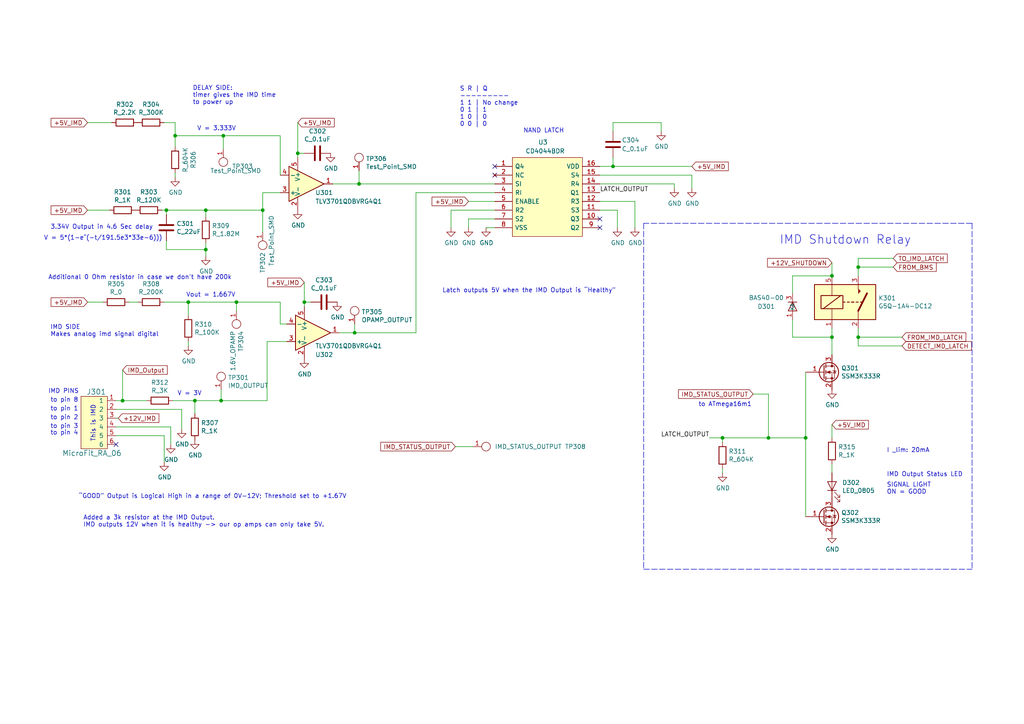
<source format=kicad_sch>
(kicad_sch (version 20211123) (generator eeschema)
  (paper "A4")
  (lib_symbols
    (symbol "formula:BAS40-00" (pin_names (offset 1.016))
      (property "Reference" "D" (at 0 2.54 0))
      (property "Value" "BAS40-00" (at 0 -2.54 0))
      (symbol "BAS40-00_1_1"
        (polyline (pts (xy -1.27 1.27) (xy -1.27 -1.27)) (stroke (width 0.2032)))
        (polyline (pts (xy 1.27 0) (xy -1.27 0)))
        (polyline (pts (xy 1.27 1.27) (xy 1.27 -1.27) (xy -1.27 0) (xy 1.27 1.27)) (stroke (width 0.2032)))
        (pin passive line (at 3.81 0 180) (length 2.54) (name "A") (number "1"))
        (pin passive line (at -3.81 0 0) (length 2.54) (name "K") (number "3"))
      )
    )
    (symbol "formula:CD4044BDR" (pin_names (offset 0.762))
      (property "Reference" "IC" (at 26.67 7.62 0))
      (property "Value" "CD4044BDR" (at 26.67 5.08 0))
      (symbol "CD4044BDR_0_0"
        (pin passive line (at 0 0 0) (length 5.08) (name "Q4") (number "1"))
        (pin passive line (at 30.48 -15.24 180) (length 5.08) (name "Q3") (number "10"))
        (pin passive line (at 30.48 -12.7 180) (length 5.08) (name "S3") (number "11"))
        (pin passive line (at 30.48 -10.16 180) (length 5.08) (name "R3") (number "12"))
        (pin passive line (at 30.48 -7.62 180) (length 5.08) (name "Q1") (number "13"))
        (pin passive line (at 30.48 -5.08 180) (length 5.08) (name "R4") (number "14"))
        (pin passive line (at 30.48 -2.54 180) (length 5.08) (name "S4") (number "15"))
        (pin passive line (at 30.48 0 180) (length 5.08) (name "VDD") (number "16"))
        (pin no_connect line (at 0 -2.54 0) (length 5.08) (name "NC") (number "2"))
        (pin passive line (at 0 -5.08 0) (length 5.08) (name "SI") (number "3"))
        (pin passive line (at 0 -7.62 0) (length 5.08) (name "RI") (number "4"))
        (pin passive line (at 0 -10.16 0) (length 5.08) (name "ENABLE") (number "5"))
        (pin passive line (at 0 -12.7 0) (length 5.08) (name "R2") (number "6"))
        (pin passive line (at 0 -15.24 0) (length 5.08) (name "S2") (number "7"))
        (pin passive line (at 0 -17.78 0) (length 5.08) (name "VSS") (number "8"))
        (pin passive line (at 30.48 -17.78 180) (length 5.08) (name "Q2") (number "9"))
      )
      (symbol "CD4044BDR_0_1"
        (polyline (pts (xy 5.08 2.54) (xy 25.4 2.54) (xy 25.4 -20.32) (xy 5.08 -20.32) (xy 5.08 2.54)) (stroke (width 0.1524)) (fill (type background)))
      )
    )
    (symbol "formula:C_0.1uF" (pin_numbers hide) (pin_names (offset 0.254))
      (property "Reference" "C" (at 0.635 2.54 0))
      (property "Value" "C_0.1uF" (at 0.635 -2.54 0))
      (symbol "C_0.1uF_0_1"
        (polyline (pts (xy -2.032 -0.762) (xy 2.032 -0.762)) (stroke (width 0.508)))
        (polyline (pts (xy -2.032 0.762) (xy 2.032 0.762)) (stroke (width 0.508)))
      )
      (symbol "C_0.1uF_1_1"
        (pin passive line (at 0 3.81 270) (length 2.794) (name "~") (number "1"))
        (pin passive line (at 0 -3.81 90) (length 2.794) (name "~") (number "2"))
      )
    )
    (symbol "formula:C_22uF" (pin_numbers hide) (pin_names (offset 0.254))
      (property "Reference" "C" (at 0.635 2.54 0))
      (property "Value" "C_22uF" (at 0.635 -2.54 0))
      (symbol "C_22uF_0_1"
        (polyline (pts (xy -2.032 -0.762) (xy 2.032 -0.762)) (stroke (width 0.508)))
        (polyline (pts (xy -2.032 0.762) (xy 2.032 0.762)) (stroke (width 0.508)))
      )
      (symbol "C_22uF_1_1"
        (pin passive line (at 0 3.81 270) (length 2.794) (name "~") (number "1"))
        (pin passive line (at 0 -3.81 90) (length 2.794) (name "~") (number "2"))
      )
    )
    (symbol "formula:G5Q-1A4-DC12" (pin_names (offset 1.016))
      (property "Reference" "K" (at -1.27 12.7 0))
      (property "Value" "G5Q-1A4-DC12" (at 0 -10.16 0))
      (symbol "G5Q-1A4-DC12_1_0"
        (polyline (pts (xy 2.54 3.81) (xy 2.54 5.08)))
      )
      (symbol "G5Q-1A4-DC12_1_1"
        (rectangle (start -10.16 5.08) (end 7.62 -5.08) (stroke (width 0.254)) (fill (type background)))
        (rectangle (start -8.255 1.905) (end -1.905 -1.905) (stroke (width 0.254)))
        (polyline (pts (xy -7.62 -1.905) (xy -2.54 1.905)) (stroke (width 0.254)))
        (polyline (pts (xy -5.08 -5.08) (xy -5.08 -1.905)))
        (polyline (pts (xy -5.08 5.08) (xy -5.08 1.905)))
        (polyline (pts (xy -1.905 0) (xy -1.27 0)) (stroke (width 0.254)))
        (polyline (pts (xy -0.635 0) (xy 0 0)) (stroke (width 0.254)))
        (polyline (pts (xy 0.635 0) (xy 1.27 0)) (stroke (width 0.254)))
        (polyline (pts (xy 0.635 0) (xy 1.27 0)) (stroke (width 0.254)))
        (polyline (pts (xy 1.905 0) (xy 2.54 0)) (stroke (width 0.254)))
        (polyline (pts (xy 2.54 -2.54) (xy 2.54 -5.08)))
        (polyline (pts (xy 2.54 -2.54) (xy 5.08 2.54)) (stroke (width 0.508)))
        (polyline (pts (xy 3.175 0) (xy 3.81 0)) (stroke (width 0.254)))
        (polyline (pts (xy 2.54 2.54) (xy 3.175 3.175) (xy 2.54 3.81)) (fill (type outline)))
        (pin passive line (at -5.08 -7.62 90) (length 2.54) (name "~") (number "1"))
        (pin passive line (at 2.54 -7.62 90) (length 2.54) (name "~") (number "2"))
        (pin passive line (at 2.54 7.62 270) (length 2.54) (name "~") (number "3"))
        (pin passive line (at -5.08 7.62 270) (length 2.54) (name "~") (number "5"))
      )
    )
    (symbol "formula:LED_0805" (pin_numbers hide) (pin_names (offset 1.016) hide)
      (property "Reference" "D" (at 0 -2.54 0))
      (property "Value" "LED_0805" (at 0 2.54 0))
      (symbol "LED_0805_0_1"
        (polyline (pts (xy -1.27 -1.27) (xy -1.27 1.27)) (stroke (width 0.2032)))
        (polyline (pts (xy -1.27 0) (xy 1.27 0)))
        (polyline (pts (xy 1.27 -1.27) (xy 1.27 1.27) (xy -1.27 0) (xy 1.27 -1.27)) (stroke (width 0.2032)))
        (polyline (pts (xy -3.048 -0.762) (xy -4.572 -2.286) (xy -3.81 -2.286) (xy -4.572 -2.286) (xy -4.572 -1.524)))
        (polyline (pts (xy -1.778 -0.762) (xy -3.302 -2.286) (xy -2.54 -2.286) (xy -3.302 -2.286) (xy -3.302 -1.524)))
      )
      (symbol "LED_0805_1_1"
        (pin passive line (at -3.81 0 0) (length 2.54) (name "K") (number "1"))
        (pin passive line (at 3.81 0 180) (length 2.54) (name "A") (number "2"))
      )
    )
    (symbol "formula:MicroFit_RA_06" (pin_names (offset 1.016))
      (property "Reference" "J" (at 0 8.89 0))
      (property "Value" "MicroFit_RA_06" (at 2.54 -10.16 0))
      (symbol "MicroFit_RA_06_0_1"
        (rectangle (start 3.81 -7.62) (end -3.81 7.62) (fill (type background)))
      )
      (symbol "MicroFit_RA_06_1_1"
        (pin bidirectional line (at 6.35 6.35 180) (length 2.54) (name "1") (number "1"))
        (pin bidirectional line (at 6.35 3.81 180) (length 2.54) (name "2") (number "2"))
        (pin bidirectional line (at 6.35 1.27 180) (length 2.54) (name "3") (number "3"))
        (pin bidirectional line (at 6.35 -1.27 180) (length 2.54) (name "4") (number "4"))
        (pin bidirectional line (at 6.35 -3.81 180) (length 2.54) (name "5") (number "5"))
        (pin bidirectional line (at 6.35 -6.35 180) (length 2.54) (name "6") (number "6"))
      )
    )
    (symbol "formula:R_0" (pin_numbers hide) (pin_names (offset 0))
      (property "Reference" "R" (at 2.032 0 90))
      (property "Value" "R_0" (at -2.54 0 90))
      (symbol "R_0_0_1"
        (rectangle (start -1.016 -2.54) (end 1.016 2.54) (stroke (width 0.254)))
      )
      (symbol "R_0_1_1"
        (pin passive line (at 0 3.81 270) (length 1.27) (name "~") (number "1"))
        (pin passive line (at 0 -3.81 90) (length 1.27) (name "~") (number "2"))
      )
    )
    (symbol "formula:R_1.82M" (pin_numbers hide) (pin_names (offset 0))
      (property "Reference" "R" (at 2.032 0 90))
      (property "Value" "R_1.82M" (at -2.54 0 90))
      (symbol "R_1.82M_0_1"
        (rectangle (start -1.016 -2.54) (end 1.016 2.54) (stroke (width 0.254)))
      )
      (symbol "R_1.82M_1_1"
        (pin passive line (at 0 3.81 270) (length 1.27) (name "~") (number "1"))
        (pin passive line (at 0 -3.81 90) (length 1.27) (name "~") (number "2"))
      )
    )
    (symbol "formula:R_100K" (pin_numbers hide) (pin_names (offset 0))
      (property "Reference" "R" (at 2.032 0 90))
      (property "Value" "R_100K" (at -2.54 0 90))
      (symbol "R_100K_0_1"
        (rectangle (start -1.016 -2.54) (end 1.016 2.54) (stroke (width 0.254)))
      )
      (symbol "R_100K_1_1"
        (pin passive line (at 0 3.81 270) (length 1.27) (name "~") (number "1"))
        (pin passive line (at 0 -3.81 90) (length 1.27) (name "~") (number "2"))
      )
    )
    (symbol "formula:R_120K" (pin_numbers hide) (pin_names (offset 0))
      (property "Reference" "R" (at 2.032 0 90))
      (property "Value" "R_120K" (at -2.54 0 90))
      (symbol "R_120K_0_1"
        (rectangle (start -1.016 -2.54) (end 1.016 2.54) (stroke (width 0.254)))
      )
      (symbol "R_120K_1_1"
        (pin passive line (at 0 3.81 270) (length 1.27) (name "~") (number "1"))
        (pin passive line (at 0 -3.81 90) (length 1.27) (name "~") (number "2"))
      )
    )
    (symbol "formula:R_1K" (pin_numbers hide) (pin_names (offset 0))
      (property "Reference" "R" (at 2.032 0 90))
      (property "Value" "R_1K" (at -2.54 0 90))
      (symbol "R_1K_0_1"
        (rectangle (start -1.016 -2.54) (end 1.016 2.54) (stroke (width 0.254)))
      )
      (symbol "R_1K_1_1"
        (pin passive line (at 0 3.81 270) (length 1.27) (name "~") (number "1"))
        (pin passive line (at 0 -3.81 90) (length 1.27) (name "~") (number "2"))
      )
    )
    (symbol "formula:R_2.2K" (pin_numbers hide) (pin_names (offset 0))
      (property "Reference" "R" (at 2.032 0 90))
      (property "Value" "R_2.2K" (at -2.54 0 90))
      (symbol "R_2.2K_0_1"
        (rectangle (start -1.016 -2.54) (end 1.016 2.54) (stroke (width 0.254)))
      )
      (symbol "R_2.2K_1_1"
        (pin passive line (at 0 3.81 270) (length 1.27) (name "~") (number "1"))
        (pin passive line (at 0 -3.81 90) (length 1.27) (name "~") (number "2"))
      )
    )
    (symbol "formula:R_200K" (pin_numbers hide) (pin_names (offset 0))
      (property "Reference" "R" (at 2.032 0 90))
      (property "Value" "R_200K" (at -2.54 0 90))
      (symbol "R_200K_0_1"
        (rectangle (start -1.016 -2.54) (end 1.016 2.54) (stroke (width 0.254)))
      )
      (symbol "R_200K_1_1"
        (pin passive line (at 0 3.81 270) (length 1.27) (name "~") (number "1"))
        (pin passive line (at 0 -3.81 90) (length 1.27) (name "~") (number "2"))
      )
    )
    (symbol "formula:R_300K" (pin_numbers hide) (pin_names (offset 0))
      (property "Reference" "R" (at 2.032 0 90))
      (property "Value" "R_300K" (at -2.54 0 90))
      (symbol "R_300K_0_1"
        (rectangle (start -1.016 -2.54) (end 1.016 2.54) (stroke (width 0.254)))
      )
      (symbol "R_300K_1_1"
        (pin passive line (at 0 3.81 270) (length 1.27) (name "~") (number "1"))
        (pin passive line (at 0 -3.81 90) (length 1.27) (name "~") (number "2"))
      )
    )
    (symbol "formula:R_3K" (pin_numbers hide) (pin_names (offset 0))
      (property "Reference" "R" (at 2.032 0 90))
      (property "Value" "R_3K" (at -2.54 0 90))
      (symbol "R_3K_0_1"
        (rectangle (start -1.016 -2.54) (end 1.016 2.54) (stroke (width 0.254)))
      )
      (symbol "R_3K_1_1"
        (pin passive line (at 0 3.81 270) (length 1.27) (name "~") (number "1"))
        (pin passive line (at 0 -3.81 90) (length 1.27) (name "~") (number "2"))
      )
    )
    (symbol "formula:R_604K" (pin_numbers hide) (pin_names (offset 0))
      (property "Reference" "R" (at 2.032 0 90))
      (property "Value" "R_604K" (at -2.54 0 90))
      (symbol "R_604K_0_1"
        (rectangle (start -1.016 -2.54) (end 1.016 2.54) (stroke (width 0.254)))
      )
      (symbol "R_604K_1_1"
        (pin passive line (at 0 3.81 270) (length 1.27) (name "~") (number "1"))
        (pin passive line (at 0 -3.81 90) (length 1.27) (name "~") (number "2"))
      )
    )
    (symbol "formula:SSM3K333R" (pin_names (offset 0) hide)
      (property "Reference" "Q" (at 5.08 1.905 0))
      (property "Value" "SSM3K333R" (at 5.08 0 0))
      (symbol "SSM3K333R_0_1"
        (polyline (pts (xy 0.762 -1.778) (xy 2.54 -1.778)))
        (polyline (pts (xy 0.762 -1.27) (xy 0.762 -2.286)) (stroke (width 0.254)))
        (polyline (pts (xy 0.762 0) (xy 2.54 0)))
        (polyline (pts (xy 0.762 0.508) (xy 0.762 -0.508)) (stroke (width 0.254)))
        (polyline (pts (xy 0.762 1.778) (xy 2.54 1.778)))
        (polyline (pts (xy 0.762 2.286) (xy 0.762 1.27)) (stroke (width 0.254)))
        (polyline (pts (xy 2.54 -1.778) (xy 2.54 -2.54)))
        (polyline (pts (xy 2.54 -1.778) (xy 2.54 0)))
        (polyline (pts (xy 2.54 2.54) (xy 2.54 1.778)))
        (polyline (pts (xy 0.254 1.905) (xy 0.254 -1.905) (xy 0.254 -1.905)) (stroke (width 0.254)))
        (polyline (pts (xy 1.016 0) (xy 2.032 0.381) (xy 2.032 -0.381) (xy 1.016 0)) (fill (type outline)))
        (polyline (pts (xy 2.54 -1.778) (xy 3.302 -1.778) (xy 3.302 1.778) (xy 2.54 1.778)))
        (polyline (pts (xy 2.794 0.508) (xy 2.921 0.381) (xy 3.683 0.381) (xy 3.81 0.254)))
        (polyline (pts (xy 3.302 0.381) (xy 2.921 -0.254) (xy 3.683 -0.254) (xy 3.302 0.381)))
        (circle (center 1.651 0) (radius 2.8194) (stroke (width 0.254)))
        (circle (center 2.54 -1.778) (radius 0.2794) (fill (type outline)))
        (circle (center 2.54 1.778) (radius 0.2794) (fill (type outline)))
      )
      (symbol "SSM3K333R_1_1"
        (pin input line (at -5.08 0 0) (length 5.334) (name "G") (number "1"))
        (pin passive line (at 2.54 -5.08 90) (length 2.54) (name "S") (number "2"))
        (pin passive line (at 2.54 5.08 270) (length 2.54) (name "D") (number "3"))
      )
    )
    (symbol "formula:TLV3701QDBVRG4Q1" (pin_names (offset 0.254))
      (property "Reference" "U" (at 1.27 5.08 0))
      (property "Value" "TLV3701QDBVRG4Q1" (at 3.81 -5.08 0))
      (symbol "TLV3701QDBVRG4Q1_0_1"
        (polyline (pts (xy -5.08 5.08) (xy 5.08 0) (xy -5.08 -5.08) (xy -5.08 5.08)) (stroke (width 0.254)) (fill (type background)))
      )
      (symbol "TLV3701QDBVRG4Q1_1_1"
        (pin output line (at 7.62 0 180) (length 2.54) (name "~") (number "1"))
        (pin input line (at -2.54 -7.62 90) (length 3.81) (name "V-") (number "2"))
        (pin input line (at -7.62 -2.54 0) (length 2.54) (name "+") (number "3"))
        (pin input line (at -7.62 2.54 0) (length 2.54) (name "-") (number "4"))
        (pin input line (at -2.54 7.62 270) (length 3.81) (name "V+") (number "5"))
      )
    )
    (symbol "formula:Test_Point_SMD" (pin_names (offset 1.016))
      (property "Reference" "TP" (at 0 7.62 0))
      (property "Value" "Test_Point_SMD" (at 1.27 5.08 0))
      (symbol "Test_Point_SMD_1_1"
        (circle (center 0 2.54) (radius 1.27))
        (pin input line (at 0 -1.27 90) (length 2.54) (name "~") (number "1"))
      )
    )
    (symbol "power:GND" (power) (pin_names (offset 0))
      (property "Value" "GND" (at 0 -3.81 0))
      (symbol "GND_0_1"
        (polyline (pts (xy 0 0) (xy 0 -1.27) (xy 1.27 -1.27) (xy 0 -2.54) (xy -1.27 -1.27) (xy 0 -1.27)))
      )
      (symbol "GND_1_1"
        (pin power_in line (at 0 0 270) (length 0) hide (name "GND") (number "1"))
      )
    )
  )
  (junction (at 35.56 116.205))
  (junction (at 59.69 72.39))
  (junction (at 241.3 97.79))
  (junction (at 50.8 39.37))
  (junction (at 248.92 77.47))
  (junction (at 59.69 60.96))
  (junction (at 177.8 48.26))
  (junction (at 248.92 97.79))
  (junction (at 54.61 87.63))
  (junction (at 48.26 60.96))
  (junction (at 222.885 127))
  (junction (at 241.3 80.01))
  (junction (at 68.58 87.63))
  (junction (at 64.135 116.205))
  (junction (at 209.55 127))
  (junction (at 102.87 96.52))
  (junction (at 233.68 127))
  (junction (at 56.515 116.205))
  (junction (at 104.14 53.34))
  (junction (at 86.36 44.45))
  (junction (at 64.77 39.37))
  (junction (at 88.265 87.63))
  (junction (at 76.2 60.96))
  (no_connect (at 143.51 50.8))
  (no_connect (at 173.99 66.04))
  (no_connect (at 173.99 63.5))
  (no_connect (at 33.655 128.905))
  (no_connect (at 143.51 48.26))
  (wire (pts (xy 33.655 116.205) (xy 35.56 116.205)))
  (wire (pts (xy 173.99 60.96) (xy 179.07 60.96)))
  (wire (pts (xy 49.53 123.825) (xy 33.655 123.825)))
  (wire (pts (xy 56.515 116.205) (xy 64.135 116.205)))
  (wire (pts (xy 241.3 97.79) (xy 241.3 95.25)))
  (wire (pts (xy 76.2 55.88) (xy 81.28 55.88)))
  (wire (pts (xy 48.26 72.39) (xy 59.69 72.39)))
  (wire (pts (xy 50.165 116.205) (xy 56.515 116.205)))
  (wire (pts (xy 233.68 127) (xy 233.68 149.86)))
  (wire (pts (xy 81.28 87.63) (xy 68.58 87.63)))
  (wire (pts (xy 54.61 87.63) (xy 68.58 87.63)))
  (wire (pts (xy 35.56 116.205) (xy 42.545 116.205)))
  (wire (pts (xy 218.44 114.3) (xy 222.885 114.3)))
  (wire (pts (xy 143.51 66.04) (xy 140.97 66.04)))
  (wire (pts (xy 50.8 35.56) (xy 50.8 39.37)))
  (wire (pts (xy 173.99 48.26) (xy 177.8 48.26)))
  (wire (pts (xy 59.69 72.39) (xy 59.69 74.295)))
  (wire (pts (xy 241.3 76.2) (xy 241.3 80.01)))
  (wire (pts (xy 209.55 135.89) (xy 209.55 137.16)))
  (wire (pts (xy 120.65 55.88) (xy 120.65 96.52)))
  (wire (pts (xy 48.26 60.96) (xy 59.69 60.96)))
  (wire (pts (xy 177.8 35.56) (xy 191.77 35.56)))
  (wire (pts (xy 25.4 87.63) (xy 29.845 87.63)))
  (wire (pts (xy 49.53 128.905) (xy 49.53 123.825)))
  (wire (pts (xy 195.58 53.34) (xy 195.58 54.61)))
  (wire (pts (xy 184.15 58.42) (xy 184.15 66.04)))
  (wire (pts (xy 54.61 99.06) (xy 54.61 100.33)))
  (polyline (pts (xy 281.94 64.77) (xy 186.69 64.77)))
  (wire (pts (xy 68.58 87.63) (xy 68.58 90.17)))
  (wire (pts (xy 229.87 97.79) (xy 241.3 97.79)))
  (wire (pts (xy 229.87 97.79) (xy 229.87 92.71)))
  (polyline (pts (xy 186.69 64.77) (xy 186.69 165.1)))
  (wire (pts (xy 179.07 60.96) (xy 179.07 66.04)))
  (wire (pts (xy 173.99 58.42) (xy 184.15 58.42)))
  (wire (pts (xy 48.26 69.85) (xy 48.26 72.39)))
  (wire (pts (xy 88.265 44.45) (xy 86.36 44.45)))
  (wire (pts (xy 59.69 70.485) (xy 59.69 72.39)))
  (wire (pts (xy 200.66 50.8) (xy 200.66 54.61)))
  (wire (pts (xy 241.3 102.87) (xy 241.3 97.79)))
  (wire (pts (xy 132.08 129.54) (xy 137.16 129.54)))
  (wire (pts (xy 130.81 60.96) (xy 130.81 66.04)))
  (wire (pts (xy 33.655 121.285) (xy 34.29 121.285)))
  (wire (pts (xy 64.77 39.37) (xy 64.77 43.18)))
  (wire (pts (xy 104.14 49.53) (xy 104.14 53.34)))
  (wire (pts (xy 88.265 87.63) (xy 90.17 87.63)))
  (wire (pts (xy 173.99 50.8) (xy 200.66 50.8)))
  (wire (pts (xy 98.425 96.52) (xy 102.87 96.52)))
  (wire (pts (xy 59.69 60.96) (xy 76.2 60.96)))
  (wire (pts (xy 47.625 126.365) (xy 47.625 133.985)))
  (wire (pts (xy 37.465 87.63) (xy 40.005 87.63)))
  (wire (pts (xy 222.885 114.3) (xy 222.885 127)))
  (wire (pts (xy 229.87 80.01) (xy 241.3 80.01)))
  (wire (pts (xy 50.8 39.37) (xy 64.77 39.37)))
  (wire (pts (xy 233.68 107.95) (xy 233.68 127)))
  (wire (pts (xy 135.89 63.5) (xy 135.89 66.04)))
  (wire (pts (xy 102.87 93.98) (xy 102.87 96.52)))
  (wire (pts (xy 33.655 118.745) (xy 52.705 118.745)))
  (wire (pts (xy 56.515 120.015) (xy 56.515 116.205)))
  (wire (pts (xy 33.655 126.365) (xy 47.625 126.365)))
  (wire (pts (xy 177.8 38.1) (xy 177.8 35.56)))
  (wire (pts (xy 86.36 35.56) (xy 86.36 44.45)))
  (wire (pts (xy 48.26 60.96) (xy 48.26 62.23)))
  (wire (pts (xy 248.92 97.79) (xy 248.92 100.33)))
  (wire (pts (xy 143.51 63.5) (xy 135.89 63.5)))
  (wire (pts (xy 248.92 77.47) (xy 259.08 77.47)))
  (wire (pts (xy 81.28 93.98) (xy 81.28 87.63)))
  (wire (pts (xy 191.77 35.56) (xy 191.77 38.1)))
  (wire (pts (xy 241.3 123.19) (xy 241.3 127)))
  (wire (pts (xy 177.8 48.26) (xy 177.8 45.72)))
  (wire (pts (xy 64.77 39.37) (xy 81.28 39.37)))
  (wire (pts (xy 81.28 39.37) (xy 81.28 50.8)))
  (wire (pts (xy 88.265 87.63) (xy 88.265 88.9)))
  (wire (pts (xy 25.4 35.56) (xy 32.385 35.56)))
  (wire (pts (xy 88.265 81.915) (xy 88.265 87.63)))
  (wire (pts (xy 64.135 113.03) (xy 64.135 116.205)))
  (wire (pts (xy 209.55 127) (xy 222.885 127)))
  (wire (pts (xy 229.87 85.09) (xy 229.87 80.01)))
  (wire (pts (xy 248.92 100.33) (xy 261.62 100.33)))
  (wire (pts (xy 177.8 48.26) (xy 200.66 48.26)))
  (wire (pts (xy 54.61 87.63) (xy 47.625 87.63)))
  (wire (pts (xy 47.625 35.56) (xy 50.8 35.56)))
  (wire (pts (xy 261.62 97.79) (xy 248.92 97.79)))
  (wire (pts (xy 50.8 50.165) (xy 50.8 51.435)))
  (wire (pts (xy 102.87 96.52) (xy 120.65 96.52)))
  (polyline (pts (xy 281.94 64.77) (xy 281.94 165.1)))
  (wire (pts (xy 54.61 87.63) (xy 54.61 91.44)))
  (wire (pts (xy 76.2 60.96) (xy 76.2 67.31)))
  (wire (pts (xy 120.65 55.88) (xy 143.51 55.88)))
  (wire (pts (xy 143.51 58.42) (xy 135.89 58.42)))
  (wire (pts (xy 77.47 99.06) (xy 77.47 116.205)))
  (wire (pts (xy 86.36 44.45) (xy 86.36 45.72)))
  (wire (pts (xy 64.135 116.205) (xy 77.47 116.205)))
  (wire (pts (xy 248.92 97.79) (xy 248.92 95.25)))
  (wire (pts (xy 35.56 107.315) (xy 35.56 116.205)))
  (wire (pts (xy 222.885 127) (xy 233.68 127)))
  (wire (pts (xy 143.51 53.34) (xy 104.14 53.34)))
  (wire (pts (xy 143.51 60.96) (xy 130.81 60.96)))
  (wire (pts (xy 59.69 62.865) (xy 59.69 60.96)))
  (wire (pts (xy 46.99 60.96) (xy 48.26 60.96)))
  (wire (pts (xy 83.185 93.98) (xy 81.28 93.98)))
  (wire (pts (xy 173.99 53.34) (xy 195.58 53.34)))
  (wire (pts (xy 205.74 127) (xy 209.55 127)))
  (wire (pts (xy 31.75 60.96) (xy 25.4 60.96)))
  (polyline (pts (xy 186.69 165.1) (xy 281.94 165.1)))
  (wire (pts (xy 83.185 99.06) (xy 77.47 99.06)))
  (wire (pts (xy 76.2 60.96) (xy 76.2 55.88)))
  (wire (pts (xy 50.8 39.37) (xy 50.8 42.545)))
  (wire (pts (xy 209.55 127) (xy 209.55 128.27)))
  (wire (pts (xy 241.3 134.62) (xy 241.3 137.16)))
  (wire (pts (xy 248.92 74.93) (xy 259.08 74.93)))
  (wire (pts (xy 104.14 53.34) (xy 96.52 53.34)))
  (wire (pts (xy 248.92 74.93) (xy 248.92 77.47)))
  (wire (pts (xy 248.92 77.47) (xy 248.92 80.01)))
  (wire (pts (xy 52.705 118.745) (xy 52.705 124.46)))
  (text "Vout = 1.667V" (at 53.975 86.36 0) (effects (font (size 1.27 1.27)) (justify left bottom)))
  (text "DELAY SIDE:\ntimer gives the IMD time \nto power up" (at 55.88 30.48 0) (effects (font (size 1.27 1.27)) (justify left bottom)))
  (text "Added a 3k resistor at the IMD Output. \nIMD outputs 12V when it is healthy -> our op amps can only take 5V. " (at 24.13 153.035 0) (effects (font (size 1.27 1.27)) (justify left bottom)))
  (text "SIGNAL LIGHT\nON = GOOD\n" (at 257.175 143.51 0) (effects (font (size 1.27 1.27)) (justify left bottom)))
  (text "I _lim: 20mA\n" (at 257.175 131.445 0) (effects (font (size 1.27 1.27)) (justify left bottom)))
  (text "to pin 2" (at 14.605 121.92 0) (effects (font (size 1.27 1.27)) (justify left bottom)))
  (text "NAND LATCH\n" (at 151.765 38.735 0) (effects (font (size 1.27 1.27)) (justify left bottom)))
  (text "to pin 4" (at 14.605 126.365 0) (effects (font (size 1.27 1.27)) (justify left bottom)))
  (text "V = 5*(1-e^(-t/191.5e3*33e-6)))" (at 12.7 69.85 0) (effects (font (size 1.27 1.27)) (justify left bottom)))
  (text "S R | Q\n---------\n1 1 | No change\n0 1 | 1\n1 0 | 0\n0 0 | 0" (at 133.35 36.83 0) (effects (font (size 1.27 1.27)) (justify left bottom)))
  (text "to pin 3" (at 14.605 124.46 0) (effects (font (size 1.27 1.27)) (justify left bottom)))
  (text "Additional 0 Ohm resistor in case we don't have 200k" (at 13.97 81.28 0) (effects (font (size 1.27 1.27)) (justify left bottom)))
  (text "IMD Shutdown Relay" (at 226.06 71.12 0) (effects (font (size 2.4892 2.4892)) (justify left bottom)))
  (text "to pin 1" (at 14.605 119.38 0) (effects (font (size 1.27 1.27)) (justify left bottom)))
  (text "3.34V Output in 4.6 Sec delay\n" (at 14.605 66.675 0) (effects (font (size 1.27 1.27)) (justify left bottom)))
  (text "V = 3.333V\n" (at 57.15 38.1 0) (effects (font (size 1.27 1.27)) (justify left bottom)))
  (text "Latch outputs 5V when the IMD Output is “Healthy”" (at 128.27 85.09 0) (effects (font (size 1.27 1.27)) (justify left bottom)))
  (text "This is IMD\n\n" (at 29.845 128.27 90) (effects (font (size 1.27 1.27)) (justify left bottom)))
  (text "IMD PINS" (at 13.97 114.3 0) (effects (font (size 1.27 1.27)) (justify left bottom)))
  (text "IMD SIDE\nMakes analog imd signal digital\n" (at 14.605 97.79 0) (effects (font (size 1.27 1.27)) (justify left bottom)))
  (text "“GOOD” Output is Logical High in a range of 0V-12V; Threshold set to +1.67V\n" (at 22.86 144.78 0) (effects (font (size 1.27 1.27)) (justify left bottom)))
  (text "V = 3V" (at 51.435 114.935 0) (effects (font (size 1.27 1.27)) (justify left bottom)))
  (text "to pin 8" (at 14.605 116.84 0) (effects (font (size 1.27 1.27)) (justify left bottom)))
  (text "IMD Output Status LED\n" (at 257.175 138.43 0) (effects (font (size 1.27 1.27)) (justify left bottom)))
  (text "to ATmega16m1" (at 202.565 118.11 0) (effects (font (size 1.27 1.27)) (justify left bottom)))
  (label "LATCH_OUTPUT" (at 173.99 55.88 0))
  (label "LATCH_OUTPUT" (at 205.74 127 180))
  (global_label "+5V_IMD" (shape input) (at 25.4 87.63 180) (property "Intersheet References" "${INTERSHEET_REFS}" (effects hide)))
  (global_label "+5V_IMD" (shape input) (at 25.4 35.56 180) (property "Intersheet References" "${INTERSHEET_REFS}" (effects hide)))
  (global_label "IMD_Output" (shape input) (at 35.56 107.315 0) (property "Intersheet References" "${INTERSHEET_REFS}" (effects hide)))
  (global_label "+12V_SHUTDOWN" (shape input) (at 241.3 76.2 180) (property "Intersheet References" "${INTERSHEET_REFS}" (effects hide)))
  (global_label "+5V_IMD" (shape input) (at 241.3 123.19 0) (property "Intersheet References" "${INTERSHEET_REFS}" (effects hide)))
  (global_label "+5V_IMD" (shape input) (at 135.89 58.42 180) (property "Intersheet References" "${INTERSHEET_REFS}" (effects hide)))
  (global_label "IMD_STATUS_OUTPUT" (shape input) (at 132.08 129.54 180) (property "Intersheet References" "${INTERSHEET_REFS}" (effects hide)))
  (global_label "+5V_IMD" (shape input) (at 86.36 35.56 0) (property "Intersheet References" "${INTERSHEET_REFS}" (effects hide)))
  (global_label "+5V_IMD" (shape input) (at 200.66 48.26 0) (property "Intersheet References" "${INTERSHEET_REFS}" (effects hide)))
  (global_label "FROM_IMD_LATCH" (shape input) (at 261.62 97.79 0) (property "Intersheet References" "${INTERSHEET_REFS}" (effects hide)))
  (global_label "IMD_STATUS_OUTPUT" (shape input) (at 218.44 114.3 180) (property "Intersheet References" "${INTERSHEET_REFS}" (effects hide)))
  (global_label "TO_IMD_LATCH" (shape input) (at 259.08 74.93 0) (property "Intersheet References" "${INTERSHEET_REFS}" (effects hide)))
  (global_label "+12V_IMD" (shape input) (at 34.29 121.285 0) (property "Intersheet References" "${INTERSHEET_REFS}" (effects hide)))
  (global_label "DETECT_IMD_LATCH" (shape input) (at 261.62 100.33 0) (property "Intersheet References" "${INTERSHEET_REFS}" (effects hide)))
  (global_label "+5V_IMD" (shape input) (at 88.265 81.915 180) (property "Intersheet References" "${INTERSHEET_REFS}" (effects hide)))
  (global_label "FROM_BMS" (shape input) (at 259.08 77.47 0) (property "Intersheet References" "${INTERSHEET_REFS}" (effects hide)))
  (global_label "+5V_IMD" (shape input) (at 25.4 60.96 180) (property "Intersheet References" "${INTERSHEET_REFS}" (effects hide)))
  (symbol (lib_id "formula:CD4044BDR") (at 143.51 48.26 0) (unit 1)
    (property "Reference" "U3" (at 157.48 41.275 0))
    (property "Value" "CD4044BDR" (at 158.115 43.815 0))
    (property "Footprint" "footprints:SOIC127P600X175-16N" (effects hide))
    (property "Datasheet" "http://www.ti.com/lit/ds/symlink/cd4043b.pdf" (effects hide))
    (property "MNF" "DK" (effects hide))
    (property "MPN" "296-31498-1-ND" (effects hide))
    (property "Purchasing Link" "https://www.digikey.com/en/products/detail/texas-instruments/CD4044BDR/1691063?s=N4IgTCBcDaIMIBEAsAGJSBCCBKIC6AvkA" (effects hide))
    (property "Description" "TEXAS INSTRUMENTS - CD4044BDR - SR LATCH, QUAD, 3-STATE O/P, SOIC-16" (effects hide))
    (property "Height" "1.75" (effects hide))
    (property "Mouser Part Number" "595-CD4044BDR" (effects hide))
    (property "Mouser Price/Stock" "https://www.mouser.co.uk/ProductDetail/Texas-Instruments/CD4044BDR?qs=LSR%252BNeaw%2FwCYur1174DbLw%3D%3D" (effects hide))
    (property "Manufacturer_Name" "Texas Instruments" (effects hide))
    (property "Manufacturer_Part_Number" "CD4044BDR" (effects hide))
    (property "Purchasing_Link" "https://www.mouser.com/ProductDetail/Texas-Instruments/CD4044BDR?qs=LSR%252BNeaw%2FwCYur1174DbLw%3D%3D" (effects hide))
  )
  (symbol (lib_id "power:GND") (at 140.97 66.04 0) (unit 1)
    (property "Reference" "#PWR0195" (effects hide))
    (property "Value" "GND" (at 141.097 70.4342 0))
  )
  (symbol (lib_id "power:GND") (at 135.89 66.04 0) (unit 1)
    (property "Reference" "#PWR0196" (effects hide))
    (property "Value" "GND" (at 136.017 70.4342 0))
  )
  (symbol (lib_id "power:GND") (at 130.81 66.04 0) (unit 1)
    (property "Reference" "#PWR0197" (effects hide))
    (property "Value" "GND" (at 130.937 70.4342 0))
  )
  (symbol (lib_id "power:GND") (at 179.07 66.04 0) (unit 1)
    (property "Reference" "#PWR0179" (effects hide))
    (property "Value" "GND" (at 179.197 70.4342 0))
  )
  (symbol (lib_id "power:GND") (at 184.15 66.04 0) (unit 1)
    (property "Reference" "#PWR0180" (effects hide))
    (property "Value" "GND" (at 184.277 70.4342 0))
  )
  (symbol (lib_id "power:GND") (at 195.58 54.61 0) (unit 1)
    (property "Reference" "#PWR0176" (effects hide))
    (property "Value" "GND" (at 195.707 59.0042 0))
  )
  (symbol (lib_id "power:GND") (at 200.66 54.61 0) (unit 1)
    (property "Reference" "#PWR0177" (effects hide))
    (property "Value" "GND" (at 200.787 59.0042 0))
  )
  (symbol (lib_id "formula:C_0.1uF") (at 177.8 41.91 0) (unit 1)
    (property "Reference" "C304" (at 180.34 40.64 0) (effects (justify left)))
    (property "Value" "C_0.1uF" (at 180.34 43.18 0) (effects (justify left)))
    (property "Footprint" "footprints:C_0805_OEM" (effects hide))
    (property "Datasheet" "http://datasheets.avx.com/X7RDielectric.pdf" (effects hide))
    (property "MFN" "DK" (effects hide))
    (property "MPN" "478-3352-1-ND" (effects hide))
    (property "PurchasingLink" "https://www.digikey.com/products/en?keywords=478-3352-1-ND" (effects hide))
  )
  (symbol (lib_id "power:GND") (at 191.77 38.1 0) (unit 1)
    (property "Reference" "#PWR0178" (effects hide))
    (property "Value" "GND" (at 191.897 42.4942 0))
  )
  (symbol (lib_id "power:GND") (at 54.61 100.33 0) (unit 1)
    (property "Reference" "#PWR0182" (effects hide))
    (property "Value" "GND" (at 54.737 104.7242 0))
  )
  (symbol (lib_id "formula:G5Q-1A4-DC12") (at 246.38 87.63 0) (unit 1)
    (property "Reference" "K301" (at 254.762 86.4616 0) (effects (justify left)))
    (property "Value" "G5Q-1A4-DC12" (at 254.762 88.773 0) (effects (justify left)))
    (property "Footprint" "footprints:Relay_SPST_OMRON-G5Q-1A4_OEM" (effects hide))
    (property "Datasheet" "https://omronfs.omron.com/en_US/ecb/products/pdf/en-g5q.pdf" (effects hide))
  )
  (symbol (lib_id "formula:BAS40-00") (at 229.87 88.9 270) (unit 1)
    (property "Reference" "D301" (at 222.25 88.9 90))
    (property "Value" "BAS40-00" (at 222.25 86.36 90))
    (property "Footprint" "Package_TO_SOT_SMD:SOT-23" (effects hide))
    (property "Datasheet" "https://assets.nexperia.com/documents/data-sheet/BAS40_1PSXXSB4X_SER.pdf" (effects hide))
    (property "MFN" "DK" (effects hide))
    (property "MPN" "1727-4234-1-ND" (effects hide))
    (property "PurchasingLink" "https://www.digikey.com/product-detail/en/nexperia-usa-inc/BAS40215/1727-4234-1-ND/2122190" (effects hide))
  )
  (symbol (lib_id "formula:SSM3K333R") (at 238.76 149.86 0) (unit 1)
    (property "Reference" "Q302" (at 243.9924 148.6916 0) (effects (justify left)))
    (property "Value" "SSM3K333R" (at 243.9924 151.003 0) (effects (justify left)))
    (property "Footprint" "footprints:SOT-23F" (effects hide))
    (property "Datasheet" "https://drive.google.com/drive/folders/0B-V-iZf33Y4GNzhDQTJZanJRbVk" (effects hide))
    (property "MFN" "DK" (effects hide))
    (property "MPN" "SSM3K333RLFCT-ND" (effects hide))
    (property "PurchasingLink" "https://www.digikey.com/product-detail/en/toshiba-semiconductor-and-storage/SSM3K333RLF/SSM3K333RLFCT-ND/3522391" (effects hide))
  )
  (symbol (lib_id "power:GND") (at 241.3 154.94 0) (unit 1)
    (property "Reference" "#PWR0193" (effects hide))
    (property "Value" "GND" (at 241.427 159.3342 0))
  )
  (symbol (lib_id "power:GND") (at 50.8 51.435 0) (unit 1)
    (property "Reference" "#PWR0194" (effects hide))
    (property "Value" "GND" (at 50.927 55.8292 0))
  )
  (symbol (lib_id "power:GND") (at 59.69 74.295 0) (unit 1)
    (property "Reference" "#PWR0184" (effects hide))
    (property "Value" "GND" (at 59.817 78.6892 0))
  )
  (symbol (lib_id "power:GND") (at 86.36 60.96 0) (unit 1)
    (property "Reference" "#PWR0183" (effects hide))
    (property "Value" "GND" (at 86.487 65.3542 0))
  )
  (symbol (lib_id "power:GND") (at 56.515 127.635 0) (unit 1)
    (property "Reference" "#PWR0190" (effects hide))
    (property "Value" "GND" (at 56.642 132.0292 0))
  )
  (symbol (lib_id "power:GND") (at 52.705 124.46 0) (unit 1)
    (property "Reference" "#PWR0186" (effects hide))
    (property "Value" "GND" (at 52.832 128.8542 0))
  )
  (symbol (lib_id "power:GND") (at 49.53 128.905 0) (unit 1)
    (property "Reference" "#PWR0189" (effects hide))
    (property "Value" "GND" (at 49.657 133.2992 0))
  )
  (symbol (lib_id "power:GND") (at 88.265 104.14 0) (unit 1)
    (property "Reference" "#PWR0187" (effects hide))
    (property "Value" "GND" (at 88.392 108.5342 0))
  )
  (symbol (lib_id "formula:C_0.1uF") (at 92.075 44.45 270) (unit 1)
    (property "Reference" "C302" (at 92.075 38.0492 90))
    (property "Value" "C_0.1uF" (at 92.075 40.3606 90))
    (property "Footprint" "footprints:C_0805_OEM" (effects hide))
    (property "Datasheet" "http://datasheets.avx.com/X7RDielectric.pdf" (effects hide))
    (property "MFN" "DK" (effects hide))
    (property "MPN" "478-3352-1-ND" (effects hide))
    (property "PurchasingLink" "https://www.digikey.com/products/en?keywords=478-3352-1-ND" (effects hide))
  )
  (symbol (lib_id "power:GND") (at 95.885 44.45 0) (unit 1)
    (property "Reference" "#PWR0181" (effects hide))
    (property "Value" "GND" (at 96.012 48.8442 0))
  )
  (symbol (lib_id "formula:C_0.1uF") (at 93.98 87.63 270) (unit 1)
    (property "Reference" "C303" (at 93.98 81.2292 90))
    (property "Value" "C_0.1uF" (at 93.98 83.5406 90))
    (property "Footprint" "footprints:C_0805_OEM" (effects hide))
    (property "Datasheet" "http://datasheets.avx.com/X7RDielectric.pdf" (effects hide))
    (property "MFN" "DK" (effects hide))
    (property "MPN" "478-3352-1-ND" (effects hide))
    (property "PurchasingLink" "https://www.digikey.com/products/en?keywords=478-3352-1-ND" (effects hide))
  )
  (symbol (lib_id "power:GND") (at 97.79 87.63 0) (unit 1)
    (property "Reference" "#PWR0185" (effects hide))
    (property "Value" "GND" (at 97.917 92.0242 0))
  )
  (symbol (lib_id "formula:R_604K") (at 209.55 132.08 0) (unit 1)
    (property "Reference" "R311" (at 211.328 130.9116 0) (effects (justify left)))
    (property "Value" "R_604K" (at 211.328 133.223 0) (effects (justify left)))
    (property "Footprint" "footprints:R_0805_OEM" (effects hide))
    (property "Datasheet" "https://www.seielect.com/Catalog/SEI-RMCF_RMCP.pdf" (effects hide))
    (property "MFN" "DK" (effects hide))
    (property "MPN" "RMCF0805FT604KCT-ND" (effects hide))
    (property "PurchasingLink" "https://www.digikey.com/product-detail/en/stackpole-electronics-inc/RMCF0805FT604K/RMCF0805FT604KCT-ND/4425214" (effects hide))
  )
  (symbol (lib_id "power:GND") (at 209.55 137.16 0) (unit 1)
    (property "Reference" "#PWR0192" (effects hide))
    (property "Value" "GND" (at 209.677 141.5542 0))
  )
  (symbol (lib_id "power:GND") (at 241.3 113.03 0) (unit 1)
    (property "Reference" "#PWR0191" (effects hide))
    (property "Value" "GND" (at 241.427 117.4242 0))
  )
  (symbol (lib_id "formula:SSM3K333R") (at 238.76 107.95 0) (unit 1)
    (property "Reference" "Q301" (at 243.9924 106.7816 0) (effects (justify left)))
    (property "Value" "SSM3K333R" (at 243.9924 109.093 0) (effects (justify left)))
    (property "Footprint" "footprints:SOT-23F" (effects hide))
    (property "Datasheet" "https://drive.google.com/drive/folders/0B-V-iZf33Y4GNzhDQTJZanJRbVk" (effects hide))
    (property "MFN" "DK" (effects hide))
    (property "MPN" "SSM3K333RLFCT-ND" (effects hide))
    (property "PurchasingLink" "https://www.digikey.com/product-detail/en/toshiba-semiconductor-and-storage/SSM3K333RLF/SSM3K333RLFCT-ND/3522391" (effects hide))
  )
  (symbol (lib_id "formula:R_1K") (at 241.3 130.81 0) (unit 1)
    (property "Reference" "R315" (at 243.078 129.6416 0) (effects (justify left)))
    (property "Value" "R_1K" (at 243.078 131.953 0) (effects (justify left)))
    (property "Footprint" "footprints:R_0805_OEM" (effects hide))
    (property "Datasheet" "https://www.seielect.com/Catalog/SEI-rncp.pdf" (effects hide))
    (property "MFN" "DK" (effects hide))
    (property "MPN" "RNCP0805FTD1K00CT-ND" (effects hide))
    (property "PurchasingLink" "https://www.digikey.com/products/en?keywords=RNCP0805FTD1K00CT-ND" (effects hide))
  )
  (symbol (lib_id "formula:LED_0805") (at 241.3 140.97 90) (unit 1)
    (property "Reference" "D302" (at 244.2718 139.9794 90) (effects (justify right)))
    (property "Value" "LED_0805" (at 244.2718 142.2908 90) (effects (justify right)))
    (property "Footprint" "footprints:LED_0805_OEM" (effects hide))
    (property "Datasheet" "http://www.osram-os.com/Graphics/XPic9/00078860_0.pdf" (effects hide))
    (property "MFN" "DK" (effects hide))
    (property "MPN" "475-1410-1-ND" (effects hide))
    (property "PurchasingLink" "https://www.digikey.com/products/en?keywords=475-1410-1-ND" (effects hide))
  )
  (symbol (lib_id "formula:TLV3701QDBVRG4Q1") (at 88.9 53.34 0) (unit 1)
    (property "Reference" "U301" (at 91.44 55.88 0) (effects (justify left)))
    (property "Value" "TLV3701QDBVRG4Q1" (at 91.44 58.42 0) (effects (justify left)))
    (property "Footprint" "footprints:SOT-23-5_OEM" (effects hide))
    (property "Datasheet" "http://www.ti.com/lit/ds/symlink/tlv3702-q1.pdf" (effects hide))
    (property "MFN" "DK" (effects hide))
    (property "MPN" "497-10249-1-ND" (effects hide))
    (property "PurchasingLink" "https://www.digikey.com/product-detail/en/texas-instruments/TLV3701QDBVRG4Q1/296-32395-6-ND/3507000" (effects hide))
  )
  (symbol (lib_id "formula:R_2.2K") (at 36.195 35.56 270) (unit 1)
    (property "Reference" "R302" (at 36.195 30.3022 90))
    (property "Value" "R_2.2K" (at 36.195 32.6136 90))
    (property "Footprint" "footprints:R_0805_OEM" (effects hide))
    (property "Datasheet" "https://www.seielect.com/Catalog/SEI-RMCF_RMCP.pdf" (effects hide))
    (property "MFN" "DK" (effects hide))
    (property "MPN" "RMCF0805FT2K20CT-ND" (effects hide))
    (property "PurchasingLink" "https://www.digikey.com/product-detail/en/stackpole-electronics-inc/RMCF0805FT2K20/RMCF0805FT2K20CT-ND/1942387" (effects hide))
  )
  (symbol (lib_id "formula:R_300K") (at 43.815 35.56 270) (unit 1)
    (property "Reference" "R304" (at 43.815 30.3022 90))
    (property "Value" "R_300K" (at 43.815 32.6136 90))
    (property "Footprint" "footprints:R_0805_OEM" (effects hide))
    (property "Datasheet" "https://industrial.panasonic.com/cdbs/www-data/pdf/RDM0000/AOA0000C307.pdf" (effects hide))
    (property "MFN" "DK" (effects hide))
    (property "MPN" "P300KDACT-ND" (effects hide))
    (property "PurchasingLink" "https://www.digikey.com/product-detail/en/panasonic-electronic-components/ERA-6AEB304V/P300KDACT-ND/1466006" (effects hide))
  )
  (symbol (lib_id "formula:R_604K") (at 50.8 46.355 180) (unit 1)
    (property "Reference" "R306" (at 56.0578 46.355 90))
    (property "Value" "R_604K" (at 53.7464 46.355 90))
    (property "Footprint" "footprints:R_0805_OEM" (effects hide))
    (property "Datasheet" "https://www.seielect.com/Catalog/SEI-RMCF_RMCP.pdf" (effects hide))
    (property "MFN" "DK" (effects hide))
    (property "MPN" "RMCF0805FT604KCT-ND" (effects hide))
    (property "PurchasingLink" "https://www.digikey.com/product-detail/en/stackpole-electronics-inc/RMCF0805FT604K/RMCF0805FT604KCT-ND/4425214" (effects hide))
  )
  (symbol (lib_id "formula:TLV3701QDBVRG4Q1") (at 90.805 96.52 0) (unit 1)
    (property "Reference" "U302" (at 91.44 102.87 0) (effects (justify left)))
    (property "Value" "TLV3701QDBVRG4Q1" (at 91.44 100.33 0) (effects (justify left)))
    (property "Footprint" "footprints:SOT-23-5_OEM" (effects hide))
    (property "Datasheet" "http://www.ti.com/lit/ds/symlink/tlv3702-q1.pdf" (effects hide))
    (property "MFN" "DK" (effects hide))
    (property "MPN" "497-10249-1-ND" (effects hide))
    (property "PurchasingLink" "https://www.digikey.com/product-detail/en/texas-instruments/TLV3701QDBVRG4Q1/296-32395-6-ND/3507000" (effects hide))
  )
  (symbol (lib_id "formula:R_1.82M") (at 59.69 66.675 0) (unit 1)
    (property "Reference" "R309" (at 61.468 65.5066 0) (effects (justify left)))
    (property "Value" "R_1.82M" (at 61.468 67.818 0) (effects (justify left)))
    (property "Footprint" "footprints:R_0805_OEM" (effects hide))
    (property "Datasheet" "https://www.seielect.com/Catalog/SEI-RMCF_RMCP.pdf" (effects hide))
    (property "MFN" "DK" (effects hide))
    (property "MPN" "RMCF0805FT1M82CT-ND" (effects hide))
    (property "PurchasingLink" "https://www.digikey.com/product-detail/en/stackpole-electronics-inc/RMCF0805FT1M82/RMCF0805FT1M82CT-ND/2418309" (effects hide))
  )
  (symbol (lib_id "formula:R_1K") (at 35.56 60.96 270) (unit 1)
    (property "Reference" "R301" (at 35.56 55.7022 90))
    (property "Value" "R_1K" (at 35.56 58.0136 90))
    (property "Footprint" "footprints:R_0805_OEM" (effects hide))
    (property "Datasheet" "https://www.seielect.com/Catalog/SEI-rncp.pdf" (effects hide))
    (property "MFN" "DK" (effects hide))
    (property "MPN" "RNCP0805FTD1K00CT-ND" (effects hide))
    (property "PurchasingLink" "https://www.digikey.com/products/en?keywords=RNCP0805FTD1K00CT-ND" (effects hide))
  )
  (symbol (lib_id "formula:R_120K") (at 43.18 60.96 270) (unit 1)
    (property "Reference" "R303" (at 43.18 55.7022 90))
    (property "Value" "R_120K" (at 43.18 58.0136 90))
    (property "Footprint" "footprints:R_0805_OEM" (effects hide))
    (property "Datasheet" "https://www.seielect.com/Catalog/SEI-RMCF_RMCP.pdf" (effects hide))
    (property "MFN" "DK" (effects hide))
    (property "MPN" "RMCF0805FT120KCT-ND" (effects hide))
    (property "PurchasingLink" "https://www.digikey.com/product-detail/en/stackpole-electronics-inc/RMCF0805FT120K/RMCF0805FT120KCT-ND/2418248" (effects hide))
  )
  (symbol (lib_id "formula:Test_Point_SMD") (at 64.77 44.45 180) (unit 1)
    (property "Reference" "TP303" (at 67.31 48.26 0) (effects (justify right)))
    (property "Value" "Test_Point_SMD" (at 60.96 49.53 0) (effects (justify right)))
    (property "Footprint" "TestPoint:TestPoint_Pad_D1.0mm" (effects hide))
  )
  (symbol (lib_id "formula:Test_Point_SMD") (at 76.2 68.58 180) (unit 1)
    (property "Reference" "TP302" (at 76.2 76.2 90))
    (property "Value" "Test_Point_SMD" (at 78.74 69.85 90))
    (property "Footprint" "TestPoint:TestPoint_Pad_D1.0mm" (effects hide))
  )
  (symbol (lib_id "formula:Test_Point_SMD") (at 102.87 92.71 0) (unit 1)
    (property "Reference" "TP305" (at 104.8512 90.4748 0) (effects (justify left)))
    (property "Value" "OPAMP_OUTPUT" (at 104.8512 92.7862 0) (effects (justify left)))
    (property "Footprint" "TestPoint:TestPoint_Pad_D1.0mm" (effects hide))
  )
  (symbol (lib_id "formula:Test_Point_SMD") (at 68.58 91.44 180) (unit 1)
    (property "Reference" "TP304" (at 69.8754 95.9612 90) (effects (justify left)))
    (property "Value" "1.6V_OPAMP" (at 67.564 95.9612 90) (effects (justify left)))
    (property "Footprint" "TestPoint:TestPoint_Pad_D1.0mm" (effects hide))
  )
  (symbol (lib_id "formula:Test_Point_SMD") (at 64.135 111.76 0) (unit 1)
    (property "Reference" "TP301" (at 66.1162 109.5248 0) (effects (justify left)))
    (property "Value" "IMD_OUTPUT" (at 66.1162 111.8362 0) (effects (justify left)))
    (property "Footprint" "TestPoint:TestPoint_Pad_D1.0mm" (effects hide))
  )
  (symbol (lib_id "formula:Test_Point_SMD") (at 104.14 48.26 0) (unit 1)
    (property "Reference" "TP306" (at 106.1212 46.0248 0) (effects (justify left)))
    (property "Value" "Test_Point_SMD" (at 106.1212 48.3362 0) (effects (justify left)))
    (property "Footprint" "TestPoint:TestPoint_Pad_D1.0mm" (effects hide))
  )
  (symbol (lib_id "formula:Test_Point_SMD") (at 138.43 129.54 270) (unit 1)
    (property "Reference" "TP308" (at 163.83 129.54 90) (effects (justify left)))
    (property "Value" "IMD_STATUS_OUTPUT" (at 143.51 129.54 90) (effects (justify left)))
    (property "Footprint" "TestPoint:TestPoint_Pad_D1.0mm" (effects hide))
  )
  (symbol (lib_id "power:GND") (at 47.625 133.985 0) (unit 1)
    (property "Reference" "#PWR0188" (effects hide))
    (property "Value" "GND" (at 47.752 138.3792 0))
  )
  (symbol (lib_id "formula:C_22uF") (at 48.26 66.04 0) (unit 1)
    (property "Reference" "C301" (at 51.181 64.8716 0) (effects (justify left)))
    (property "Value" "C_22uF" (at 51.181 67.183 0) (effects (justify left)))
    (property "Footprint" "footprints:C_1206_OEM" (effects hide))
    (property "Datasheet" "https://product.tdk.com/info/en/catalog/datasheets/mlcc_commercial_general_en.pdf" (effects hide))
    (property "MFN" "DK" (effects hide))
    (property "MPN" "445-11693-1-ND" (effects hide))
    (property "PurchasingLink" "https://www.digikey.com/product-detail/en/tdk-corporation/C3216JB1C226M160AB/445-11693-1-ND/3953359" (effects hide))
  )
  (symbol (lib_id "formula:R_100K") (at 54.61 95.25 0) (unit 1)
    (property "Reference" "R310" (at 56.388 94.0816 0) (effects (justify left)))
    (property "Value" "R_100K" (at 56.388 96.393 0) (effects (justify left)))
    (property "Footprint" "footprints:R_0805_OEM" (effects hide))
    (property "Datasheet" "https://industrial.panasonic.com/cdbs/www-data/pdf/RDA0000/AOA0000C304.pdf" (effects hide))
    (property "MFN" "DK" (effects hide))
    (property "MPN" "P100KCCT-ND" (effects hide))
    (property "PurchasingLink" "https://www.digikey.com/product-detail/en/panasonic-electronic-components/ERJ-6ENF1003V/P100KCCT-ND/119551" (effects hide))
  )
  (symbol (lib_id "formula:R_200K") (at 43.815 87.63 270) (unit 1)
    (property "Reference" "R308" (at 43.815 82.3722 90))
    (property "Value" "R_200K" (at 43.815 84.6836 90))
    (property "Footprint" "footprints:R_0805_OEM" (effects hide))
    (property "MFN" "DK" (effects hide))
    (property "MPN" "P300KDACT-ND" (effects hide))
  )
  (symbol (lib_id "formula:R_0") (at 33.655 87.63 270) (unit 1)
    (property "Reference" "R305" (at 33.655 82.3722 90))
    (property "Value" "R_0" (at 33.655 84.6836 90))
    (property "Footprint" "footprints:R_0603_1608Metric" (effects hide))
    (property "Datasheet" "http://industrial.panasonic.com/www-cgi/jvcr13pz.cgi?E+PZ+3+AOA0001+ERJ3GEY0R00V+7+WW" (effects hide))
    (property "MFN" "DK" (effects hide))
    (property "MPN" "P0.0GCT-ND" (effects hide))
    (property "PurchasingLink" "https://www.digikey.com/product-detail/en/panasonic-electronic-components/ERJ-3GEY0R00V/P0.0GCT-ND/134711" (effects hide))
  )
  (symbol (lib_id "formula:R_1K") (at 56.515 123.825 0) (unit 1)
    (property "Reference" "R307" (at 58.293 122.6566 0) (effects (justify left)))
    (property "Value" "R_1K" (at 58.293 124.968 0) (effects (justify left)))
    (property "Footprint" "footprints:R_0805_OEM" (effects hide))
    (property "Datasheet" "https://www.seielect.com/Catalog/SEI-rncp.pdf" (effects hide))
    (property "MFN" "DK" (effects hide))
    (property "MPN" "RNCP0805FTD1K00CT-ND" (effects hide))
    (property "PurchasingLink" "https://www.digikey.com/products/en?keywords=RNCP0805FTD1K00CT-ND" (effects hide))
  )
  (symbol (lib_id "formula:R_3K") (at 46.355 116.205 270) (unit 1)
    (property "Reference" "R312" (at 46.355 110.9472 90))
    (property "Value" "R_3K" (at 46.355 113.2586 90))
    (property "Footprint" "footprints:R_0805_OEM" (effects hide))
    (property "Datasheet" "https://www.seielect.com/Catalog/SEI-RMCF_RMCP.pdf" (effects hide))
    (property "MFN" "DK" (effects hide))
    (property "MPN" "RMCF0805FT3K00CT-ND" (effects hide))
    (property "PurchasingLink" "https://www.digikey.com/product-detail/en/stackpole-electronics-inc/RMCF0805FT3K00/RMCF0805FT3K00CT-ND/2418389" (effects hide))
  )
  (symbol (lib_id "formula:MicroFit_RA_06") (at 27.305 122.555 0) (unit 1)
    (property "Reference" "J301" (at 27.94 113.665 0) (effects (font (size 1.524 1.524))))
    (property "Value" "MicroFit_RA_06" (at 26.67 131.445 0) (effects (font (size 1.524 1.524))))
    (property "Footprint" "footprints:430450602" (effects hide))
    (property "Datasheet" "https://www.molex.com/pdm_docs/sd/430450601_sd.pdf" (effects hide))
    (property "MFN" "Molex" (effects hide))
    (property "MPN" "WM4037-ND" (effects hide))
    (property "PurchasingLink" "https://www.digikey.com/product-detail/en/molex/0430450601/WM4037-ND/2421555" (effects hide))
  )
)
</source>
